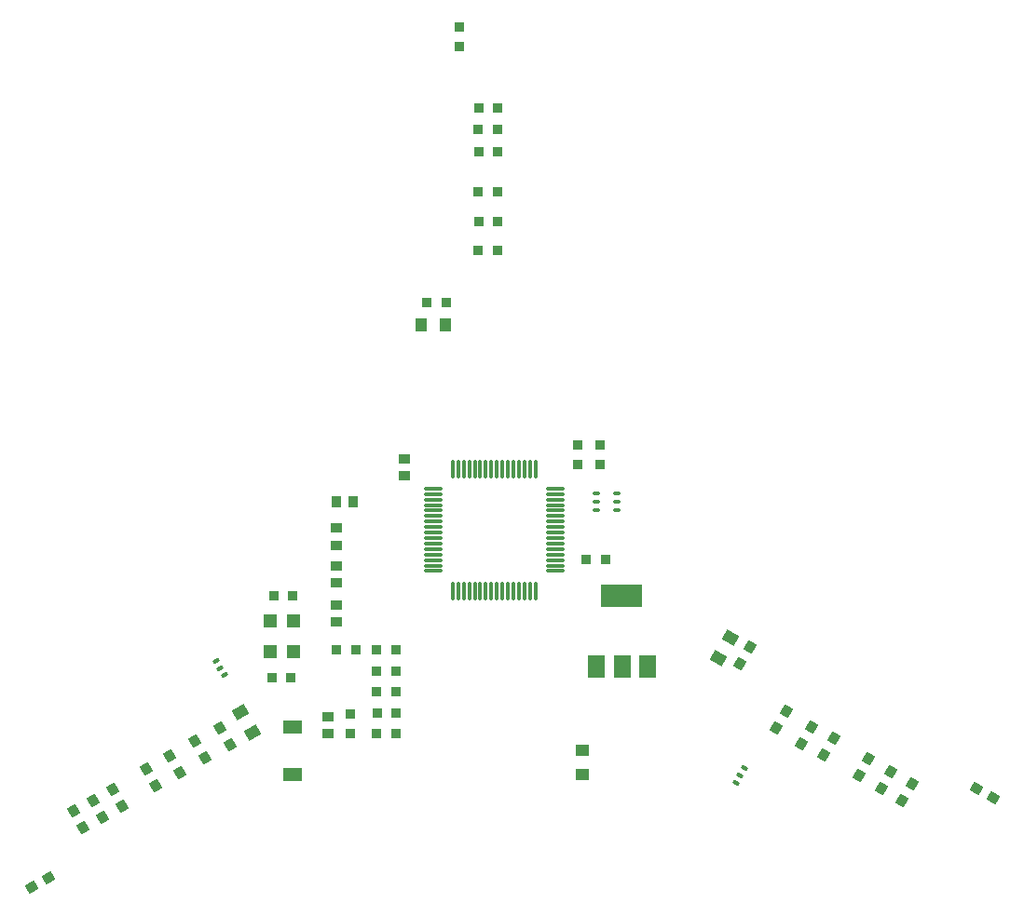
<source format=gtp>
G04*
G04 #@! TF.GenerationSoftware,Altium Limited,Altium Designer,18.0.12 (696)*
G04*
G04 Layer_Color=8421504*
%FSLAX25Y25*%
%MOIN*%
G70*
G01*
G75*
%ADD19R,0.03800X0.03500*%
%ADD20R,0.05000X0.04000*%
%ADD21R,0.05000X0.05000*%
%ADD22R,0.05900X0.07900*%
%ADD23R,0.15000X0.07900*%
G04:AMPARAMS|DCode=24|XSize=38mil|YSize=35mil|CornerRadius=0mil|HoleSize=0mil|Usage=FLASHONLY|Rotation=60.000|XOffset=0mil|YOffset=0mil|HoleType=Round|Shape=Rectangle|*
%AMROTATEDRECTD24*
4,1,4,0.00566,-0.02520,-0.02466,-0.00771,-0.00566,0.02520,0.02466,0.00771,0.00566,-0.02520,0.0*
%
%ADD24ROTATEDRECTD24*%

G04:AMPARAMS|DCode=25|XSize=40mil|YSize=50mil|CornerRadius=0mil|HoleSize=0mil|Usage=FLASHONLY|Rotation=60.000|XOffset=0mil|YOffset=0mil|HoleType=Round|Shape=Rectangle|*
%AMROTATEDRECTD25*
4,1,4,0.01165,-0.02982,-0.03165,-0.00482,-0.01165,0.02982,0.03165,0.00482,0.01165,-0.02982,0.0*
%
%ADD25ROTATEDRECTD25*%

G04:AMPARAMS|DCode=26|XSize=38mil|YSize=35mil|CornerRadius=0mil|HoleSize=0mil|Usage=FLASHONLY|Rotation=300.000|XOffset=0mil|YOffset=0mil|HoleType=Round|Shape=Rectangle|*
%AMROTATEDRECTD26*
4,1,4,-0.02466,0.00771,0.00566,0.02520,0.02466,-0.00771,-0.00566,-0.02520,-0.02466,0.00771,0.0*
%
%ADD26ROTATEDRECTD26*%

G04:AMPARAMS|DCode=27|XSize=40mil|YSize=50mil|CornerRadius=0mil|HoleSize=0mil|Usage=FLASHONLY|Rotation=300.000|XOffset=0mil|YOffset=0mil|HoleType=Round|Shape=Rectangle|*
%AMROTATEDRECTD27*
4,1,4,-0.03165,0.00482,0.01165,0.02982,0.03165,-0.00482,-0.01165,-0.02982,-0.03165,0.00482,0.0*
%
%ADD27ROTATEDRECTD27*%

%ADD28R,0.04000X0.05000*%
%ADD29R,0.03500X0.03800*%
%ADD30R,0.03858X0.03661*%
%ADD31R,0.07000X0.05000*%
%ADD32R,0.03661X0.03858*%
G04:AMPARAMS|DCode=33|XSize=25mil|YSize=15mil|CornerRadius=3.75mil|HoleSize=0mil|Usage=FLASHONLY|Rotation=180.000|XOffset=0mil|YOffset=0mil|HoleType=Round|Shape=RoundedRectangle|*
%AMROUNDEDRECTD33*
21,1,0.02500,0.00750,0,0,180.0*
21,1,0.01750,0.01500,0,0,180.0*
1,1,0.00750,-0.00875,0.00375*
1,1,0.00750,0.00875,0.00375*
1,1,0.00750,0.00875,-0.00375*
1,1,0.00750,-0.00875,-0.00375*
%
%ADD33ROUNDEDRECTD33*%
G04:AMPARAMS|DCode=34|XSize=25mil|YSize=15mil|CornerRadius=3.75mil|HoleSize=0mil|Usage=FLASHONLY|Rotation=150.000|XOffset=0mil|YOffset=0mil|HoleType=Round|Shape=RoundedRectangle|*
%AMROUNDEDRECTD34*
21,1,0.02500,0.00750,0,0,150.0*
21,1,0.01750,0.01500,0,0,150.0*
1,1,0.00750,-0.00570,0.00762*
1,1,0.00750,0.00945,-0.00113*
1,1,0.00750,0.00570,-0.00762*
1,1,0.00750,-0.00945,0.00113*
%
%ADD34ROUNDEDRECTD34*%
G04:AMPARAMS|DCode=35|XSize=25mil|YSize=15mil|CornerRadius=3.75mil|HoleSize=0mil|Usage=FLASHONLY|Rotation=210.000|XOffset=0mil|YOffset=0mil|HoleType=Round|Shape=RoundedRectangle|*
%AMROUNDEDRECTD35*
21,1,0.02500,0.00750,0,0,210.0*
21,1,0.01750,0.01500,0,0,210.0*
1,1,0.00750,-0.00945,-0.00113*
1,1,0.00750,0.00570,0.00762*
1,1,0.00750,0.00945,0.00113*
1,1,0.00750,-0.00570,-0.00762*
%
%ADD35ROUNDEDRECTD35*%
%ADD36O,0.07087X0.01102*%
%ADD37O,0.01102X0.07087*%
G04:AMPARAMS|DCode=38|XSize=38mil|YSize=35mil|CornerRadius=0mil|HoleSize=0mil|Usage=FLASHONLY|Rotation=150.000|XOffset=0mil|YOffset=0mil|HoleType=Round|Shape=Rectangle|*
%AMROTATEDRECTD38*
4,1,4,0.02520,0.00566,0.00771,-0.02466,-0.02520,-0.00566,-0.00771,0.02466,0.02520,0.00566,0.0*
%
%ADD38ROTATEDRECTD38*%

G04:AMPARAMS|DCode=39|XSize=38mil|YSize=35mil|CornerRadius=0mil|HoleSize=0mil|Usage=FLASHONLY|Rotation=30.000|XOffset=0mil|YOffset=0mil|HoleType=Round|Shape=Rectangle|*
%AMROTATEDRECTD39*
4,1,4,-0.00771,-0.02466,-0.02520,0.00566,0.00771,0.02466,0.02520,-0.00566,-0.00771,-0.02466,0.0*
%
%ADD39ROTATEDRECTD39*%

D19*
X277900Y156000D02*
D03*
X271000D02*
D03*
X158500Y113500D02*
D03*
X165400D02*
D03*
X159100Y143000D02*
D03*
X166000D02*
D03*
X239267Y266500D02*
D03*
X232367D02*
D03*
X239400Y277000D02*
D03*
X232500D02*
D03*
X232367Y310000D02*
D03*
X239267D02*
D03*
X214000Y248000D02*
D03*
X220900D02*
D03*
X239267Y287500D02*
D03*
X232367D02*
D03*
X239400Y302000D02*
D03*
X232500D02*
D03*
X239400Y317500D02*
D03*
X232500D02*
D03*
X181600Y123500D02*
D03*
X188500D02*
D03*
X202900Y93500D02*
D03*
X196000D02*
D03*
X196100Y101000D02*
D03*
X203000D02*
D03*
X202900Y108500D02*
D03*
X196000D02*
D03*
X202900Y116000D02*
D03*
X196000D02*
D03*
X202900Y123500D02*
D03*
X196000D02*
D03*
D20*
X269500Y79000D02*
D03*
Y87500D02*
D03*
D21*
X166270Y122990D02*
D03*
X158000Y123000D02*
D03*
X166270Y133990D02*
D03*
X158000Y134000D02*
D03*
D22*
X283755Y117500D02*
D03*
X274700D02*
D03*
X292810D02*
D03*
D23*
X283688Y142854D02*
D03*
D24*
X356000Y86000D02*
D03*
X359450Y91976D02*
D03*
X348000Y90000D02*
D03*
X351450Y95976D02*
D03*
X368500Y78500D02*
D03*
X371950Y84476D02*
D03*
X384050Y69524D02*
D03*
X387500Y75500D02*
D03*
X339000Y95500D02*
D03*
X342450Y101476D02*
D03*
X379950Y79976D02*
D03*
X376500Y74000D02*
D03*
X329500Y124500D02*
D03*
X326050Y118524D02*
D03*
D25*
X322500Y128000D02*
D03*
X318250Y120639D02*
D03*
D26*
X113500Y81000D02*
D03*
X116950Y75024D02*
D03*
X122050Y85476D02*
D03*
X125500Y79500D02*
D03*
X101500Y73500D02*
D03*
X104950Y67524D02*
D03*
X87500Y66000D02*
D03*
X90950Y60024D02*
D03*
X131000Y91000D02*
D03*
X134450Y85024D02*
D03*
X97950Y63524D02*
D03*
X94500Y69500D02*
D03*
X143450Y89524D02*
D03*
X140000Y95500D02*
D03*
D27*
X151500Y94000D02*
D03*
X147250Y101361D02*
D03*
D28*
X212000Y240000D02*
D03*
X220500D02*
D03*
D29*
X186500Y100400D02*
D03*
Y93500D02*
D03*
X268000Y196900D02*
D03*
Y190000D02*
D03*
X276000Y196900D02*
D03*
Y190000D02*
D03*
X225500Y339600D02*
D03*
Y346500D02*
D03*
D30*
X178500Y93468D02*
D03*
Y99532D02*
D03*
X206000Y192032D02*
D03*
Y185968D02*
D03*
X181500Y167063D02*
D03*
Y161000D02*
D03*
Y133468D02*
D03*
Y139532D02*
D03*
X181500Y153532D02*
D03*
Y147468D02*
D03*
D31*
X166000Y96000D02*
D03*
Y79000D02*
D03*
D32*
X181468Y176500D02*
D03*
X187531D02*
D03*
D33*
X274500D02*
D03*
Y173500D02*
D03*
Y179500D02*
D03*
X282000Y176500D02*
D03*
Y173500D02*
D03*
Y179500D02*
D03*
D34*
X326000Y78500D02*
D03*
X324500Y75902D02*
D03*
X327500Y81098D02*
D03*
D35*
X140000Y117000D02*
D03*
X141500Y114402D02*
D03*
X138500Y119598D02*
D03*
D36*
X216150Y181264D02*
D03*
Y179295D02*
D03*
Y177327D02*
D03*
Y175358D02*
D03*
Y173390D02*
D03*
Y171421D02*
D03*
Y169453D02*
D03*
Y167484D02*
D03*
Y165516D02*
D03*
Y163547D02*
D03*
Y161579D02*
D03*
Y159610D02*
D03*
Y157642D02*
D03*
Y155673D02*
D03*
Y153705D02*
D03*
Y151736D02*
D03*
X259850D02*
D03*
Y153705D02*
D03*
Y155673D02*
D03*
Y157642D02*
D03*
Y159610D02*
D03*
Y161579D02*
D03*
Y163547D02*
D03*
Y165516D02*
D03*
X259850Y167484D02*
D03*
X259850Y169453D02*
D03*
Y171421D02*
D03*
Y173390D02*
D03*
Y175358D02*
D03*
Y177327D02*
D03*
Y179295D02*
D03*
Y181264D02*
D03*
D37*
X223236Y144650D02*
D03*
X225205D02*
D03*
X227173D02*
D03*
X229142D02*
D03*
X231110D02*
D03*
X233079D02*
D03*
X235047D02*
D03*
X237016D02*
D03*
X238984D02*
D03*
X240953D02*
D03*
X242921D02*
D03*
X244890Y144650D02*
D03*
X246858Y144650D02*
D03*
X248827D02*
D03*
X250795D02*
D03*
X252764D02*
D03*
Y188350D02*
D03*
X250795D02*
D03*
X248827D02*
D03*
X246858D02*
D03*
X244890D02*
D03*
X242921D02*
D03*
X240953D02*
D03*
X238984D02*
D03*
X237016D02*
D03*
X235047D02*
D03*
X233079D02*
D03*
X231110D02*
D03*
X229142D02*
D03*
X227173D02*
D03*
X225205D02*
D03*
X223236D02*
D03*
D38*
X410500Y74000D02*
D03*
X416476Y70550D02*
D03*
D39*
X78476Y41950D02*
D03*
X72500Y38500D02*
D03*
M02*

</source>
